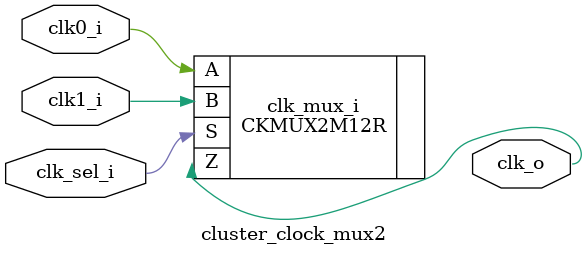
<source format=sv>
/* Copyright (C) 2017 ETH Zurich, University of Bologna
 * All rights reserved.
 *
 * This code is under development and not yet released to the public.
 * Until it is released, the code is under the copyright of ETH Zurich and
 * the University of Bologna, and may contain confidential and/or unpublished 
 * work. Any reuse/redistribution is strictly forbidden without written
 * permission from ETH Zurich.
 *
 * Bug fixes and contributions will eventually be released under the
 * SolderPad open hardware license in the context of the PULP platform
 * (http://www.pulp-platform.org), under the copyright of ETH Zurich and the
 * University of Bologna.
 */

// Regular VT
// CKMUX2M2R, CKMUX2M3R, CKMUX2M4R
// CKMUX2M6R, CKMUX2M8R
// CKMUX2M12R, CKMUX2M16RA

// Low VT
// CKMUX2M2W, CKMUX2M3W, CKMUX2M4W
// CKMUX2M6W, CKMUX2M8W
// CKMUX2M12W, CKMUX2M16WA

// High VT
// CKMUX2M2S, CKMUX2M3S, CKMUX2M4S
// CKMUX2M6S, CKMUX2M8S
// CKMUX2M12S, CKMUX2M16SA


module cluster_clock_mux2
  (
   input  logic clk0_i,
   input  logic clk1_i,
   input  logic clk_sel_i,
   output logic clk_o
   );
   
   CKMUX2M12R
     clk_mux_i
       (
	.A(clk0_i),
	.B(clk1_i),
	.S(clk_sel_i),
	.Z(clk_o)
	);
   
endmodule

</source>
